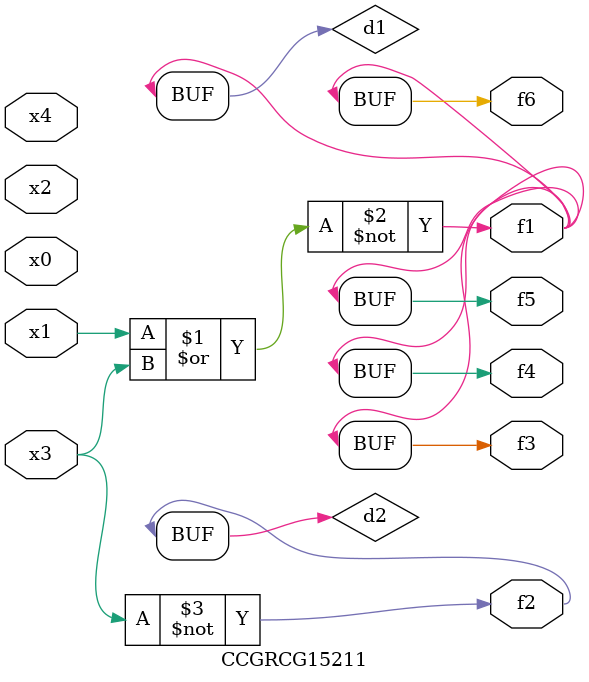
<source format=v>
module CCGRCG15211(
	input x0, x1, x2, x3, x4,
	output f1, f2, f3, f4, f5, f6
);

	wire d1, d2;

	nor (d1, x1, x3);
	not (d2, x3);
	assign f1 = d1;
	assign f2 = d2;
	assign f3 = d1;
	assign f4 = d1;
	assign f5 = d1;
	assign f6 = d1;
endmodule

</source>
